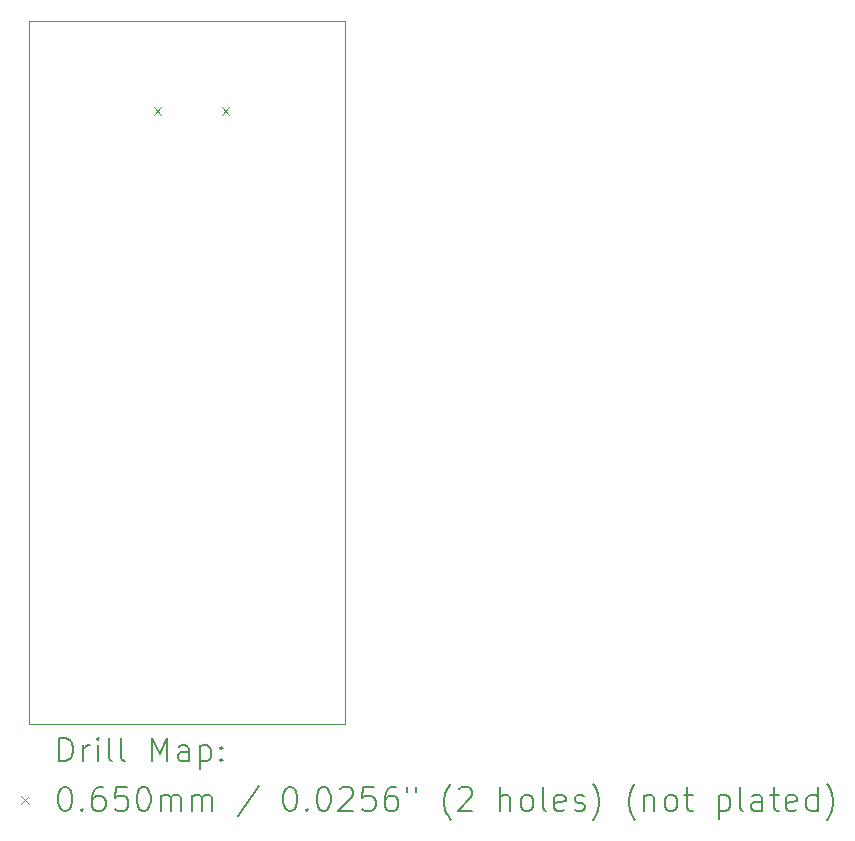
<source format=gbr>
%TF.GenerationSoftware,KiCad,Pcbnew,8.0.6*%
%TF.CreationDate,2025-05-14T20:02:42-04:00*%
%TF.ProjectId,touch_volume_controller,746f7563-685f-4766-9f6c-756d655f636f,rev?*%
%TF.SameCoordinates,Original*%
%TF.FileFunction,Drillmap*%
%TF.FilePolarity,Positive*%
%FSLAX45Y45*%
G04 Gerber Fmt 4.5, Leading zero omitted, Abs format (unit mm)*
G04 Created by KiCad (PCBNEW 8.0.6) date 2025-05-14 20:02:42*
%MOMM*%
%LPD*%
G01*
G04 APERTURE LIST*
%ADD10C,0.050000*%
%ADD11C,0.200000*%
%ADD12C,0.100000*%
G04 APERTURE END LIST*
D10*
X2834640Y-4841240D02*
X5511800Y-4841240D01*
X5511800Y-10797540D01*
X2834640Y-10797540D01*
X2834640Y-4841240D01*
D11*
D12*
X3889820Y-5571660D02*
X3954820Y-5636660D01*
X3954820Y-5571660D02*
X3889820Y-5636660D01*
X4467820Y-5571660D02*
X4532820Y-5636660D01*
X4532820Y-5571660D02*
X4467820Y-5636660D01*
D11*
X3092917Y-11111524D02*
X3092917Y-10911524D01*
X3092917Y-10911524D02*
X3140536Y-10911524D01*
X3140536Y-10911524D02*
X3169107Y-10921048D01*
X3169107Y-10921048D02*
X3188155Y-10940095D01*
X3188155Y-10940095D02*
X3197679Y-10959143D01*
X3197679Y-10959143D02*
X3207202Y-10997238D01*
X3207202Y-10997238D02*
X3207202Y-11025810D01*
X3207202Y-11025810D02*
X3197679Y-11063905D01*
X3197679Y-11063905D02*
X3188155Y-11082952D01*
X3188155Y-11082952D02*
X3169107Y-11102000D01*
X3169107Y-11102000D02*
X3140536Y-11111524D01*
X3140536Y-11111524D02*
X3092917Y-11111524D01*
X3292917Y-11111524D02*
X3292917Y-10978190D01*
X3292917Y-11016286D02*
X3302441Y-10997238D01*
X3302441Y-10997238D02*
X3311964Y-10987714D01*
X3311964Y-10987714D02*
X3331012Y-10978190D01*
X3331012Y-10978190D02*
X3350060Y-10978190D01*
X3416726Y-11111524D02*
X3416726Y-10978190D01*
X3416726Y-10911524D02*
X3407202Y-10921048D01*
X3407202Y-10921048D02*
X3416726Y-10930571D01*
X3416726Y-10930571D02*
X3426250Y-10921048D01*
X3426250Y-10921048D02*
X3416726Y-10911524D01*
X3416726Y-10911524D02*
X3416726Y-10930571D01*
X3540536Y-11111524D02*
X3521488Y-11102000D01*
X3521488Y-11102000D02*
X3511964Y-11082952D01*
X3511964Y-11082952D02*
X3511964Y-10911524D01*
X3645298Y-11111524D02*
X3626250Y-11102000D01*
X3626250Y-11102000D02*
X3616726Y-11082952D01*
X3616726Y-11082952D02*
X3616726Y-10911524D01*
X3873869Y-11111524D02*
X3873869Y-10911524D01*
X3873869Y-10911524D02*
X3940536Y-11054381D01*
X3940536Y-11054381D02*
X4007202Y-10911524D01*
X4007202Y-10911524D02*
X4007202Y-11111524D01*
X4188155Y-11111524D02*
X4188155Y-11006762D01*
X4188155Y-11006762D02*
X4178631Y-10987714D01*
X4178631Y-10987714D02*
X4159583Y-10978190D01*
X4159583Y-10978190D02*
X4121488Y-10978190D01*
X4121488Y-10978190D02*
X4102441Y-10987714D01*
X4188155Y-11102000D02*
X4169107Y-11111524D01*
X4169107Y-11111524D02*
X4121488Y-11111524D01*
X4121488Y-11111524D02*
X4102441Y-11102000D01*
X4102441Y-11102000D02*
X4092917Y-11082952D01*
X4092917Y-11082952D02*
X4092917Y-11063905D01*
X4092917Y-11063905D02*
X4102441Y-11044857D01*
X4102441Y-11044857D02*
X4121488Y-11035333D01*
X4121488Y-11035333D02*
X4169107Y-11035333D01*
X4169107Y-11035333D02*
X4188155Y-11025810D01*
X4283393Y-10978190D02*
X4283393Y-11178190D01*
X4283393Y-10987714D02*
X4302441Y-10978190D01*
X4302441Y-10978190D02*
X4340536Y-10978190D01*
X4340536Y-10978190D02*
X4359584Y-10987714D01*
X4359584Y-10987714D02*
X4369107Y-10997238D01*
X4369107Y-10997238D02*
X4378631Y-11016286D01*
X4378631Y-11016286D02*
X4378631Y-11073429D01*
X4378631Y-11073429D02*
X4369107Y-11092476D01*
X4369107Y-11092476D02*
X4359584Y-11102000D01*
X4359584Y-11102000D02*
X4340536Y-11111524D01*
X4340536Y-11111524D02*
X4302441Y-11111524D01*
X4302441Y-11111524D02*
X4283393Y-11102000D01*
X4464345Y-11092476D02*
X4473869Y-11102000D01*
X4473869Y-11102000D02*
X4464345Y-11111524D01*
X4464345Y-11111524D02*
X4454822Y-11102000D01*
X4454822Y-11102000D02*
X4464345Y-11092476D01*
X4464345Y-11092476D02*
X4464345Y-11111524D01*
X4464345Y-10987714D02*
X4473869Y-10997238D01*
X4473869Y-10997238D02*
X4464345Y-11006762D01*
X4464345Y-11006762D02*
X4454822Y-10997238D01*
X4454822Y-10997238D02*
X4464345Y-10987714D01*
X4464345Y-10987714D02*
X4464345Y-11006762D01*
D12*
X2767140Y-11407540D02*
X2832140Y-11472540D01*
X2832140Y-11407540D02*
X2767140Y-11472540D01*
D11*
X3131012Y-11331524D02*
X3150060Y-11331524D01*
X3150060Y-11331524D02*
X3169107Y-11341048D01*
X3169107Y-11341048D02*
X3178631Y-11350571D01*
X3178631Y-11350571D02*
X3188155Y-11369619D01*
X3188155Y-11369619D02*
X3197679Y-11407714D01*
X3197679Y-11407714D02*
X3197679Y-11455333D01*
X3197679Y-11455333D02*
X3188155Y-11493428D01*
X3188155Y-11493428D02*
X3178631Y-11512476D01*
X3178631Y-11512476D02*
X3169107Y-11522000D01*
X3169107Y-11522000D02*
X3150060Y-11531524D01*
X3150060Y-11531524D02*
X3131012Y-11531524D01*
X3131012Y-11531524D02*
X3111964Y-11522000D01*
X3111964Y-11522000D02*
X3102441Y-11512476D01*
X3102441Y-11512476D02*
X3092917Y-11493428D01*
X3092917Y-11493428D02*
X3083393Y-11455333D01*
X3083393Y-11455333D02*
X3083393Y-11407714D01*
X3083393Y-11407714D02*
X3092917Y-11369619D01*
X3092917Y-11369619D02*
X3102441Y-11350571D01*
X3102441Y-11350571D02*
X3111964Y-11341048D01*
X3111964Y-11341048D02*
X3131012Y-11331524D01*
X3283393Y-11512476D02*
X3292917Y-11522000D01*
X3292917Y-11522000D02*
X3283393Y-11531524D01*
X3283393Y-11531524D02*
X3273869Y-11522000D01*
X3273869Y-11522000D02*
X3283393Y-11512476D01*
X3283393Y-11512476D02*
X3283393Y-11531524D01*
X3464345Y-11331524D02*
X3426250Y-11331524D01*
X3426250Y-11331524D02*
X3407202Y-11341048D01*
X3407202Y-11341048D02*
X3397679Y-11350571D01*
X3397679Y-11350571D02*
X3378631Y-11379143D01*
X3378631Y-11379143D02*
X3369107Y-11417238D01*
X3369107Y-11417238D02*
X3369107Y-11493428D01*
X3369107Y-11493428D02*
X3378631Y-11512476D01*
X3378631Y-11512476D02*
X3388155Y-11522000D01*
X3388155Y-11522000D02*
X3407202Y-11531524D01*
X3407202Y-11531524D02*
X3445298Y-11531524D01*
X3445298Y-11531524D02*
X3464345Y-11522000D01*
X3464345Y-11522000D02*
X3473869Y-11512476D01*
X3473869Y-11512476D02*
X3483393Y-11493428D01*
X3483393Y-11493428D02*
X3483393Y-11445809D01*
X3483393Y-11445809D02*
X3473869Y-11426762D01*
X3473869Y-11426762D02*
X3464345Y-11417238D01*
X3464345Y-11417238D02*
X3445298Y-11407714D01*
X3445298Y-11407714D02*
X3407202Y-11407714D01*
X3407202Y-11407714D02*
X3388155Y-11417238D01*
X3388155Y-11417238D02*
X3378631Y-11426762D01*
X3378631Y-11426762D02*
X3369107Y-11445809D01*
X3664345Y-11331524D02*
X3569107Y-11331524D01*
X3569107Y-11331524D02*
X3559583Y-11426762D01*
X3559583Y-11426762D02*
X3569107Y-11417238D01*
X3569107Y-11417238D02*
X3588155Y-11407714D01*
X3588155Y-11407714D02*
X3635774Y-11407714D01*
X3635774Y-11407714D02*
X3654822Y-11417238D01*
X3654822Y-11417238D02*
X3664345Y-11426762D01*
X3664345Y-11426762D02*
X3673869Y-11445809D01*
X3673869Y-11445809D02*
X3673869Y-11493428D01*
X3673869Y-11493428D02*
X3664345Y-11512476D01*
X3664345Y-11512476D02*
X3654822Y-11522000D01*
X3654822Y-11522000D02*
X3635774Y-11531524D01*
X3635774Y-11531524D02*
X3588155Y-11531524D01*
X3588155Y-11531524D02*
X3569107Y-11522000D01*
X3569107Y-11522000D02*
X3559583Y-11512476D01*
X3797679Y-11331524D02*
X3816726Y-11331524D01*
X3816726Y-11331524D02*
X3835774Y-11341048D01*
X3835774Y-11341048D02*
X3845298Y-11350571D01*
X3845298Y-11350571D02*
X3854822Y-11369619D01*
X3854822Y-11369619D02*
X3864345Y-11407714D01*
X3864345Y-11407714D02*
X3864345Y-11455333D01*
X3864345Y-11455333D02*
X3854822Y-11493428D01*
X3854822Y-11493428D02*
X3845298Y-11512476D01*
X3845298Y-11512476D02*
X3835774Y-11522000D01*
X3835774Y-11522000D02*
X3816726Y-11531524D01*
X3816726Y-11531524D02*
X3797679Y-11531524D01*
X3797679Y-11531524D02*
X3778631Y-11522000D01*
X3778631Y-11522000D02*
X3769107Y-11512476D01*
X3769107Y-11512476D02*
X3759583Y-11493428D01*
X3759583Y-11493428D02*
X3750060Y-11455333D01*
X3750060Y-11455333D02*
X3750060Y-11407714D01*
X3750060Y-11407714D02*
X3759583Y-11369619D01*
X3759583Y-11369619D02*
X3769107Y-11350571D01*
X3769107Y-11350571D02*
X3778631Y-11341048D01*
X3778631Y-11341048D02*
X3797679Y-11331524D01*
X3950060Y-11531524D02*
X3950060Y-11398190D01*
X3950060Y-11417238D02*
X3959583Y-11407714D01*
X3959583Y-11407714D02*
X3978631Y-11398190D01*
X3978631Y-11398190D02*
X4007203Y-11398190D01*
X4007203Y-11398190D02*
X4026250Y-11407714D01*
X4026250Y-11407714D02*
X4035774Y-11426762D01*
X4035774Y-11426762D02*
X4035774Y-11531524D01*
X4035774Y-11426762D02*
X4045298Y-11407714D01*
X4045298Y-11407714D02*
X4064345Y-11398190D01*
X4064345Y-11398190D02*
X4092917Y-11398190D01*
X4092917Y-11398190D02*
X4111964Y-11407714D01*
X4111964Y-11407714D02*
X4121488Y-11426762D01*
X4121488Y-11426762D02*
X4121488Y-11531524D01*
X4216726Y-11531524D02*
X4216726Y-11398190D01*
X4216726Y-11417238D02*
X4226250Y-11407714D01*
X4226250Y-11407714D02*
X4245298Y-11398190D01*
X4245298Y-11398190D02*
X4273869Y-11398190D01*
X4273869Y-11398190D02*
X4292917Y-11407714D01*
X4292917Y-11407714D02*
X4302441Y-11426762D01*
X4302441Y-11426762D02*
X4302441Y-11531524D01*
X4302441Y-11426762D02*
X4311965Y-11407714D01*
X4311965Y-11407714D02*
X4331012Y-11398190D01*
X4331012Y-11398190D02*
X4359584Y-11398190D01*
X4359584Y-11398190D02*
X4378631Y-11407714D01*
X4378631Y-11407714D02*
X4388155Y-11426762D01*
X4388155Y-11426762D02*
X4388155Y-11531524D01*
X4778631Y-11322000D02*
X4607203Y-11579143D01*
X5035774Y-11331524D02*
X5054822Y-11331524D01*
X5054822Y-11331524D02*
X5073869Y-11341048D01*
X5073869Y-11341048D02*
X5083393Y-11350571D01*
X5083393Y-11350571D02*
X5092917Y-11369619D01*
X5092917Y-11369619D02*
X5102441Y-11407714D01*
X5102441Y-11407714D02*
X5102441Y-11455333D01*
X5102441Y-11455333D02*
X5092917Y-11493428D01*
X5092917Y-11493428D02*
X5083393Y-11512476D01*
X5083393Y-11512476D02*
X5073869Y-11522000D01*
X5073869Y-11522000D02*
X5054822Y-11531524D01*
X5054822Y-11531524D02*
X5035774Y-11531524D01*
X5035774Y-11531524D02*
X5016727Y-11522000D01*
X5016727Y-11522000D02*
X5007203Y-11512476D01*
X5007203Y-11512476D02*
X4997679Y-11493428D01*
X4997679Y-11493428D02*
X4988155Y-11455333D01*
X4988155Y-11455333D02*
X4988155Y-11407714D01*
X4988155Y-11407714D02*
X4997679Y-11369619D01*
X4997679Y-11369619D02*
X5007203Y-11350571D01*
X5007203Y-11350571D02*
X5016727Y-11341048D01*
X5016727Y-11341048D02*
X5035774Y-11331524D01*
X5188155Y-11512476D02*
X5197679Y-11522000D01*
X5197679Y-11522000D02*
X5188155Y-11531524D01*
X5188155Y-11531524D02*
X5178631Y-11522000D01*
X5178631Y-11522000D02*
X5188155Y-11512476D01*
X5188155Y-11512476D02*
X5188155Y-11531524D01*
X5321488Y-11331524D02*
X5340536Y-11331524D01*
X5340536Y-11331524D02*
X5359584Y-11341048D01*
X5359584Y-11341048D02*
X5369108Y-11350571D01*
X5369108Y-11350571D02*
X5378631Y-11369619D01*
X5378631Y-11369619D02*
X5388155Y-11407714D01*
X5388155Y-11407714D02*
X5388155Y-11455333D01*
X5388155Y-11455333D02*
X5378631Y-11493428D01*
X5378631Y-11493428D02*
X5369108Y-11512476D01*
X5369108Y-11512476D02*
X5359584Y-11522000D01*
X5359584Y-11522000D02*
X5340536Y-11531524D01*
X5340536Y-11531524D02*
X5321488Y-11531524D01*
X5321488Y-11531524D02*
X5302441Y-11522000D01*
X5302441Y-11522000D02*
X5292917Y-11512476D01*
X5292917Y-11512476D02*
X5283393Y-11493428D01*
X5283393Y-11493428D02*
X5273869Y-11455333D01*
X5273869Y-11455333D02*
X5273869Y-11407714D01*
X5273869Y-11407714D02*
X5283393Y-11369619D01*
X5283393Y-11369619D02*
X5292917Y-11350571D01*
X5292917Y-11350571D02*
X5302441Y-11341048D01*
X5302441Y-11341048D02*
X5321488Y-11331524D01*
X5464346Y-11350571D02*
X5473869Y-11341048D01*
X5473869Y-11341048D02*
X5492917Y-11331524D01*
X5492917Y-11331524D02*
X5540536Y-11331524D01*
X5540536Y-11331524D02*
X5559584Y-11341048D01*
X5559584Y-11341048D02*
X5569108Y-11350571D01*
X5569108Y-11350571D02*
X5578631Y-11369619D01*
X5578631Y-11369619D02*
X5578631Y-11388667D01*
X5578631Y-11388667D02*
X5569108Y-11417238D01*
X5569108Y-11417238D02*
X5454822Y-11531524D01*
X5454822Y-11531524D02*
X5578631Y-11531524D01*
X5759584Y-11331524D02*
X5664346Y-11331524D01*
X5664346Y-11331524D02*
X5654822Y-11426762D01*
X5654822Y-11426762D02*
X5664346Y-11417238D01*
X5664346Y-11417238D02*
X5683393Y-11407714D01*
X5683393Y-11407714D02*
X5731012Y-11407714D01*
X5731012Y-11407714D02*
X5750060Y-11417238D01*
X5750060Y-11417238D02*
X5759584Y-11426762D01*
X5759584Y-11426762D02*
X5769107Y-11445809D01*
X5769107Y-11445809D02*
X5769107Y-11493428D01*
X5769107Y-11493428D02*
X5759584Y-11512476D01*
X5759584Y-11512476D02*
X5750060Y-11522000D01*
X5750060Y-11522000D02*
X5731012Y-11531524D01*
X5731012Y-11531524D02*
X5683393Y-11531524D01*
X5683393Y-11531524D02*
X5664346Y-11522000D01*
X5664346Y-11522000D02*
X5654822Y-11512476D01*
X5940536Y-11331524D02*
X5902441Y-11331524D01*
X5902441Y-11331524D02*
X5883393Y-11341048D01*
X5883393Y-11341048D02*
X5873869Y-11350571D01*
X5873869Y-11350571D02*
X5854822Y-11379143D01*
X5854822Y-11379143D02*
X5845298Y-11417238D01*
X5845298Y-11417238D02*
X5845298Y-11493428D01*
X5845298Y-11493428D02*
X5854822Y-11512476D01*
X5854822Y-11512476D02*
X5864346Y-11522000D01*
X5864346Y-11522000D02*
X5883393Y-11531524D01*
X5883393Y-11531524D02*
X5921488Y-11531524D01*
X5921488Y-11531524D02*
X5940536Y-11522000D01*
X5940536Y-11522000D02*
X5950060Y-11512476D01*
X5950060Y-11512476D02*
X5959584Y-11493428D01*
X5959584Y-11493428D02*
X5959584Y-11445809D01*
X5959584Y-11445809D02*
X5950060Y-11426762D01*
X5950060Y-11426762D02*
X5940536Y-11417238D01*
X5940536Y-11417238D02*
X5921488Y-11407714D01*
X5921488Y-11407714D02*
X5883393Y-11407714D01*
X5883393Y-11407714D02*
X5864346Y-11417238D01*
X5864346Y-11417238D02*
X5854822Y-11426762D01*
X5854822Y-11426762D02*
X5845298Y-11445809D01*
X6035774Y-11331524D02*
X6035774Y-11369619D01*
X6111965Y-11331524D02*
X6111965Y-11369619D01*
X6407203Y-11607714D02*
X6397679Y-11598190D01*
X6397679Y-11598190D02*
X6378631Y-11569619D01*
X6378631Y-11569619D02*
X6369108Y-11550571D01*
X6369108Y-11550571D02*
X6359584Y-11522000D01*
X6359584Y-11522000D02*
X6350060Y-11474381D01*
X6350060Y-11474381D02*
X6350060Y-11436286D01*
X6350060Y-11436286D02*
X6359584Y-11388667D01*
X6359584Y-11388667D02*
X6369108Y-11360095D01*
X6369108Y-11360095D02*
X6378631Y-11341048D01*
X6378631Y-11341048D02*
X6397679Y-11312476D01*
X6397679Y-11312476D02*
X6407203Y-11302952D01*
X6473869Y-11350571D02*
X6483393Y-11341048D01*
X6483393Y-11341048D02*
X6502441Y-11331524D01*
X6502441Y-11331524D02*
X6550060Y-11331524D01*
X6550060Y-11331524D02*
X6569108Y-11341048D01*
X6569108Y-11341048D02*
X6578631Y-11350571D01*
X6578631Y-11350571D02*
X6588155Y-11369619D01*
X6588155Y-11369619D02*
X6588155Y-11388667D01*
X6588155Y-11388667D02*
X6578631Y-11417238D01*
X6578631Y-11417238D02*
X6464346Y-11531524D01*
X6464346Y-11531524D02*
X6588155Y-11531524D01*
X6826250Y-11531524D02*
X6826250Y-11331524D01*
X6911965Y-11531524D02*
X6911965Y-11426762D01*
X6911965Y-11426762D02*
X6902441Y-11407714D01*
X6902441Y-11407714D02*
X6883393Y-11398190D01*
X6883393Y-11398190D02*
X6854822Y-11398190D01*
X6854822Y-11398190D02*
X6835774Y-11407714D01*
X6835774Y-11407714D02*
X6826250Y-11417238D01*
X7035774Y-11531524D02*
X7016727Y-11522000D01*
X7016727Y-11522000D02*
X7007203Y-11512476D01*
X7007203Y-11512476D02*
X6997679Y-11493428D01*
X6997679Y-11493428D02*
X6997679Y-11436286D01*
X6997679Y-11436286D02*
X7007203Y-11417238D01*
X7007203Y-11417238D02*
X7016727Y-11407714D01*
X7016727Y-11407714D02*
X7035774Y-11398190D01*
X7035774Y-11398190D02*
X7064346Y-11398190D01*
X7064346Y-11398190D02*
X7083393Y-11407714D01*
X7083393Y-11407714D02*
X7092917Y-11417238D01*
X7092917Y-11417238D02*
X7102441Y-11436286D01*
X7102441Y-11436286D02*
X7102441Y-11493428D01*
X7102441Y-11493428D02*
X7092917Y-11512476D01*
X7092917Y-11512476D02*
X7083393Y-11522000D01*
X7083393Y-11522000D02*
X7064346Y-11531524D01*
X7064346Y-11531524D02*
X7035774Y-11531524D01*
X7216727Y-11531524D02*
X7197679Y-11522000D01*
X7197679Y-11522000D02*
X7188155Y-11502952D01*
X7188155Y-11502952D02*
X7188155Y-11331524D01*
X7369108Y-11522000D02*
X7350060Y-11531524D01*
X7350060Y-11531524D02*
X7311965Y-11531524D01*
X7311965Y-11531524D02*
X7292917Y-11522000D01*
X7292917Y-11522000D02*
X7283393Y-11502952D01*
X7283393Y-11502952D02*
X7283393Y-11426762D01*
X7283393Y-11426762D02*
X7292917Y-11407714D01*
X7292917Y-11407714D02*
X7311965Y-11398190D01*
X7311965Y-11398190D02*
X7350060Y-11398190D01*
X7350060Y-11398190D02*
X7369108Y-11407714D01*
X7369108Y-11407714D02*
X7378631Y-11426762D01*
X7378631Y-11426762D02*
X7378631Y-11445809D01*
X7378631Y-11445809D02*
X7283393Y-11464857D01*
X7454822Y-11522000D02*
X7473870Y-11531524D01*
X7473870Y-11531524D02*
X7511965Y-11531524D01*
X7511965Y-11531524D02*
X7531012Y-11522000D01*
X7531012Y-11522000D02*
X7540536Y-11502952D01*
X7540536Y-11502952D02*
X7540536Y-11493428D01*
X7540536Y-11493428D02*
X7531012Y-11474381D01*
X7531012Y-11474381D02*
X7511965Y-11464857D01*
X7511965Y-11464857D02*
X7483393Y-11464857D01*
X7483393Y-11464857D02*
X7464346Y-11455333D01*
X7464346Y-11455333D02*
X7454822Y-11436286D01*
X7454822Y-11436286D02*
X7454822Y-11426762D01*
X7454822Y-11426762D02*
X7464346Y-11407714D01*
X7464346Y-11407714D02*
X7483393Y-11398190D01*
X7483393Y-11398190D02*
X7511965Y-11398190D01*
X7511965Y-11398190D02*
X7531012Y-11407714D01*
X7607203Y-11607714D02*
X7616727Y-11598190D01*
X7616727Y-11598190D02*
X7635774Y-11569619D01*
X7635774Y-11569619D02*
X7645298Y-11550571D01*
X7645298Y-11550571D02*
X7654822Y-11522000D01*
X7654822Y-11522000D02*
X7664346Y-11474381D01*
X7664346Y-11474381D02*
X7664346Y-11436286D01*
X7664346Y-11436286D02*
X7654822Y-11388667D01*
X7654822Y-11388667D02*
X7645298Y-11360095D01*
X7645298Y-11360095D02*
X7635774Y-11341048D01*
X7635774Y-11341048D02*
X7616727Y-11312476D01*
X7616727Y-11312476D02*
X7607203Y-11302952D01*
X7969108Y-11607714D02*
X7959584Y-11598190D01*
X7959584Y-11598190D02*
X7940536Y-11569619D01*
X7940536Y-11569619D02*
X7931012Y-11550571D01*
X7931012Y-11550571D02*
X7921489Y-11522000D01*
X7921489Y-11522000D02*
X7911965Y-11474381D01*
X7911965Y-11474381D02*
X7911965Y-11436286D01*
X7911965Y-11436286D02*
X7921489Y-11388667D01*
X7921489Y-11388667D02*
X7931012Y-11360095D01*
X7931012Y-11360095D02*
X7940536Y-11341048D01*
X7940536Y-11341048D02*
X7959584Y-11312476D01*
X7959584Y-11312476D02*
X7969108Y-11302952D01*
X8045298Y-11398190D02*
X8045298Y-11531524D01*
X8045298Y-11417238D02*
X8054822Y-11407714D01*
X8054822Y-11407714D02*
X8073870Y-11398190D01*
X8073870Y-11398190D02*
X8102441Y-11398190D01*
X8102441Y-11398190D02*
X8121489Y-11407714D01*
X8121489Y-11407714D02*
X8131012Y-11426762D01*
X8131012Y-11426762D02*
X8131012Y-11531524D01*
X8254822Y-11531524D02*
X8235774Y-11522000D01*
X8235774Y-11522000D02*
X8226251Y-11512476D01*
X8226251Y-11512476D02*
X8216727Y-11493428D01*
X8216727Y-11493428D02*
X8216727Y-11436286D01*
X8216727Y-11436286D02*
X8226251Y-11417238D01*
X8226251Y-11417238D02*
X8235774Y-11407714D01*
X8235774Y-11407714D02*
X8254822Y-11398190D01*
X8254822Y-11398190D02*
X8283393Y-11398190D01*
X8283393Y-11398190D02*
X8302441Y-11407714D01*
X8302441Y-11407714D02*
X8311965Y-11417238D01*
X8311965Y-11417238D02*
X8321489Y-11436286D01*
X8321489Y-11436286D02*
X8321489Y-11493428D01*
X8321489Y-11493428D02*
X8311965Y-11512476D01*
X8311965Y-11512476D02*
X8302441Y-11522000D01*
X8302441Y-11522000D02*
X8283393Y-11531524D01*
X8283393Y-11531524D02*
X8254822Y-11531524D01*
X8378632Y-11398190D02*
X8454822Y-11398190D01*
X8407203Y-11331524D02*
X8407203Y-11502952D01*
X8407203Y-11502952D02*
X8416727Y-11522000D01*
X8416727Y-11522000D02*
X8435774Y-11531524D01*
X8435774Y-11531524D02*
X8454822Y-11531524D01*
X8673870Y-11398190D02*
X8673870Y-11598190D01*
X8673870Y-11407714D02*
X8692917Y-11398190D01*
X8692917Y-11398190D02*
X8731013Y-11398190D01*
X8731013Y-11398190D02*
X8750060Y-11407714D01*
X8750060Y-11407714D02*
X8759584Y-11417238D01*
X8759584Y-11417238D02*
X8769108Y-11436286D01*
X8769108Y-11436286D02*
X8769108Y-11493428D01*
X8769108Y-11493428D02*
X8759584Y-11512476D01*
X8759584Y-11512476D02*
X8750060Y-11522000D01*
X8750060Y-11522000D02*
X8731013Y-11531524D01*
X8731013Y-11531524D02*
X8692917Y-11531524D01*
X8692917Y-11531524D02*
X8673870Y-11522000D01*
X8883394Y-11531524D02*
X8864346Y-11522000D01*
X8864346Y-11522000D02*
X8854822Y-11502952D01*
X8854822Y-11502952D02*
X8854822Y-11331524D01*
X9045298Y-11531524D02*
X9045298Y-11426762D01*
X9045298Y-11426762D02*
X9035775Y-11407714D01*
X9035775Y-11407714D02*
X9016727Y-11398190D01*
X9016727Y-11398190D02*
X8978632Y-11398190D01*
X8978632Y-11398190D02*
X8959584Y-11407714D01*
X9045298Y-11522000D02*
X9026251Y-11531524D01*
X9026251Y-11531524D02*
X8978632Y-11531524D01*
X8978632Y-11531524D02*
X8959584Y-11522000D01*
X8959584Y-11522000D02*
X8950060Y-11502952D01*
X8950060Y-11502952D02*
X8950060Y-11483905D01*
X8950060Y-11483905D02*
X8959584Y-11464857D01*
X8959584Y-11464857D02*
X8978632Y-11455333D01*
X8978632Y-11455333D02*
X9026251Y-11455333D01*
X9026251Y-11455333D02*
X9045298Y-11445809D01*
X9111965Y-11398190D02*
X9188155Y-11398190D01*
X9140536Y-11331524D02*
X9140536Y-11502952D01*
X9140536Y-11502952D02*
X9150060Y-11522000D01*
X9150060Y-11522000D02*
X9169108Y-11531524D01*
X9169108Y-11531524D02*
X9188155Y-11531524D01*
X9331013Y-11522000D02*
X9311965Y-11531524D01*
X9311965Y-11531524D02*
X9273870Y-11531524D01*
X9273870Y-11531524D02*
X9254822Y-11522000D01*
X9254822Y-11522000D02*
X9245298Y-11502952D01*
X9245298Y-11502952D02*
X9245298Y-11426762D01*
X9245298Y-11426762D02*
X9254822Y-11407714D01*
X9254822Y-11407714D02*
X9273870Y-11398190D01*
X9273870Y-11398190D02*
X9311965Y-11398190D01*
X9311965Y-11398190D02*
X9331013Y-11407714D01*
X9331013Y-11407714D02*
X9340536Y-11426762D01*
X9340536Y-11426762D02*
X9340536Y-11445809D01*
X9340536Y-11445809D02*
X9245298Y-11464857D01*
X9511965Y-11531524D02*
X9511965Y-11331524D01*
X9511965Y-11522000D02*
X9492917Y-11531524D01*
X9492917Y-11531524D02*
X9454822Y-11531524D01*
X9454822Y-11531524D02*
X9435775Y-11522000D01*
X9435775Y-11522000D02*
X9426251Y-11512476D01*
X9426251Y-11512476D02*
X9416727Y-11493428D01*
X9416727Y-11493428D02*
X9416727Y-11436286D01*
X9416727Y-11436286D02*
X9426251Y-11417238D01*
X9426251Y-11417238D02*
X9435775Y-11407714D01*
X9435775Y-11407714D02*
X9454822Y-11398190D01*
X9454822Y-11398190D02*
X9492917Y-11398190D01*
X9492917Y-11398190D02*
X9511965Y-11407714D01*
X9588156Y-11607714D02*
X9597679Y-11598190D01*
X9597679Y-11598190D02*
X9616727Y-11569619D01*
X9616727Y-11569619D02*
X9626251Y-11550571D01*
X9626251Y-11550571D02*
X9635775Y-11522000D01*
X9635775Y-11522000D02*
X9645298Y-11474381D01*
X9645298Y-11474381D02*
X9645298Y-11436286D01*
X9645298Y-11436286D02*
X9635775Y-11388667D01*
X9635775Y-11388667D02*
X9626251Y-11360095D01*
X9626251Y-11360095D02*
X9616727Y-11341048D01*
X9616727Y-11341048D02*
X9597679Y-11312476D01*
X9597679Y-11312476D02*
X9588156Y-11302952D01*
M02*

</source>
